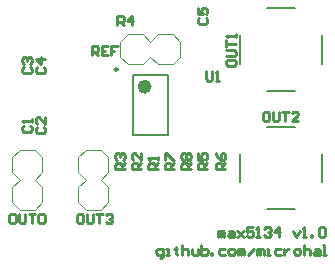
<source format=gto>
G04 Layer_Color=15132400*
%FSLAX25Y25*%
%MOIN*%
G70*
G01*
G75*
%ADD10C,0.01000*%
%ADD24C,0.00984*%
%ADD25C,0.02362*%
%ADD26C,0.00600*%
%ADD27C,0.00394*%
%ADD28C,0.00787*%
D10*
X195334Y485133D02*
X194801Y484599D01*
Y483533D01*
X195334Y483000D01*
X197467D01*
X198000Y483533D01*
Y484599D01*
X197467Y485133D01*
X194801Y488332D02*
Y486199D01*
X196400D01*
X195867Y487265D01*
Y487798D01*
X196400Y488332D01*
X197467D01*
X198000Y487798D01*
Y486732D01*
X197467Y486199D01*
X136834Y449133D02*
X136301Y448599D01*
Y447533D01*
X136834Y447000D01*
X138967D01*
X139500Y447533D01*
Y448599D01*
X138967Y449133D01*
X139500Y450199D02*
Y451265D01*
Y450732D01*
X136301D01*
X136834Y450199D01*
X141334Y448633D02*
X140801Y448100D01*
Y447033D01*
X141334Y446500D01*
X143467D01*
X144000Y447033D01*
Y448100D01*
X143467Y448633D01*
X144000Y451832D02*
Y449699D01*
X141867Y451832D01*
X141334D01*
X140801Y451298D01*
Y450232D01*
X141334Y449699D01*
X136834Y468633D02*
X136301Y468099D01*
Y467033D01*
X136834Y466500D01*
X138967D01*
X139500Y467033D01*
Y468099D01*
X138967Y468633D01*
X136834Y469699D02*
X136301Y470232D01*
Y471298D01*
X136834Y471832D01*
X137367D01*
X137900Y471298D01*
Y470765D01*
Y471298D01*
X138434Y471832D01*
X138967D01*
X139500Y471298D01*
Y470232D01*
X138967Y469699D01*
X141334Y468633D02*
X140801Y468099D01*
Y467033D01*
X141334Y466500D01*
X143467D01*
X144000Y467033D01*
Y468099D01*
X143467Y468633D01*
X144000Y471298D02*
X140801D01*
X142401Y469699D01*
Y471832D01*
X133599Y419699D02*
X132533D01*
X132000Y419166D01*
Y417033D01*
X132533Y416500D01*
X133599D01*
X134133Y417033D01*
Y419166D01*
X133599Y419699D01*
X135199D02*
Y417033D01*
X135732Y416500D01*
X136799D01*
X137332Y417033D01*
Y419699D01*
X138398D02*
X140531D01*
X139464D01*
Y416500D01*
X141597Y419166D02*
X142130Y419699D01*
X143196D01*
X143729Y419166D01*
Y417033D01*
X143196Y416500D01*
X142130D01*
X141597Y417033D01*
Y419166D01*
X204301Y470600D02*
Y469533D01*
X204834Y469000D01*
X206967D01*
X207500Y469533D01*
Y470600D01*
X206967Y471133D01*
X204834D01*
X204301Y470600D01*
Y472199D02*
X206967D01*
X207500Y472732D01*
Y473798D01*
X206967Y474332D01*
X204301D01*
Y475398D02*
Y477531D01*
Y476464D01*
X207500D01*
Y478597D02*
Y479663D01*
Y479130D01*
X204301D01*
X204834Y478597D01*
X218099Y453699D02*
X217033D01*
X216500Y453166D01*
Y451033D01*
X217033Y450500D01*
X218099D01*
X218633Y451033D01*
Y453166D01*
X218099Y453699D01*
X219699D02*
Y451033D01*
X220232Y450500D01*
X221299D01*
X221832Y451033D01*
Y453699D01*
X222898D02*
X225031D01*
X223964D01*
Y450500D01*
X228230D02*
X226097D01*
X228230Y452633D01*
Y453166D01*
X227696Y453699D01*
X226630D01*
X226097Y453166D01*
X156099Y419699D02*
X155033D01*
X154500Y419166D01*
Y417033D01*
X155033Y416500D01*
X156099D01*
X156633Y417033D01*
Y419166D01*
X156099Y419699D01*
X157699D02*
Y417033D01*
X158232Y416500D01*
X159299D01*
X159832Y417033D01*
Y419699D01*
X160898D02*
X163031D01*
X161964D01*
Y416500D01*
X164097Y419166D02*
X164630Y419699D01*
X165696D01*
X166229Y419166D01*
Y418633D01*
X165696Y418099D01*
X165163D01*
X165696D01*
X166229Y417566D01*
Y417033D01*
X165696Y416500D01*
X164630D01*
X164097Y417033D01*
X159500Y472500D02*
Y475699D01*
X161100D01*
X161633Y475166D01*
Y474099D01*
X161100Y473566D01*
X159500D01*
X160566D02*
X161633Y472500D01*
X164832Y475699D02*
X162699D01*
Y472500D01*
X164832D01*
X162699Y474099D02*
X163765D01*
X168031Y475699D02*
X165898D01*
Y474099D01*
X166964D01*
X165898D01*
Y472500D01*
X181500Y434500D02*
X178301D01*
Y436099D01*
X178834Y436633D01*
X179901D01*
X180434Y436099D01*
Y434500D01*
Y435566D02*
X181500Y436633D01*
Y437699D02*
Y438765D01*
Y438232D01*
X178301D01*
X178834Y437699D01*
X176000Y434500D02*
X172801D01*
Y436099D01*
X173334Y436633D01*
X174400D01*
X174934Y436099D01*
Y434500D01*
Y435566D02*
X176000Y436633D01*
Y439832D02*
Y437699D01*
X173867Y439832D01*
X173334D01*
X172801Y439298D01*
Y438232D01*
X173334Y437699D01*
X170500Y434500D02*
X167301D01*
Y436099D01*
X167834Y436633D01*
X168901D01*
X169434Y436099D01*
Y434500D01*
Y435566D02*
X170500Y436633D01*
X167834Y437699D02*
X167301Y438232D01*
Y439298D01*
X167834Y439832D01*
X168367D01*
X168901Y439298D01*
Y438765D01*
Y439298D01*
X169434Y439832D01*
X169967D01*
X170500Y439298D01*
Y438232D01*
X169967Y437699D01*
X197500Y467199D02*
Y464533D01*
X198033Y464000D01*
X199100D01*
X199633Y464533D01*
Y467199D01*
X200699Y464000D02*
X201765D01*
X201232D01*
Y467199D01*
X200699Y466666D01*
X168000Y482500D02*
Y485699D01*
X169599D01*
X170133Y485166D01*
Y484099D01*
X169599Y483566D01*
X168000D01*
X169066D02*
X170133Y482500D01*
X172799D02*
Y485699D01*
X171199Y484099D01*
X173332D01*
X198000Y434500D02*
X194801D01*
Y436099D01*
X195334Y436633D01*
X196400D01*
X196934Y436099D01*
Y434500D01*
Y435566D02*
X198000Y436633D01*
X194801Y439832D02*
Y437699D01*
X196400D01*
X195867Y438765D01*
Y439298D01*
X196400Y439832D01*
X197467D01*
X198000Y439298D01*
Y438232D01*
X197467Y437699D01*
X187000Y434500D02*
X183801D01*
Y436099D01*
X184334Y436633D01*
X185400D01*
X185934Y436099D01*
Y434500D01*
Y435566D02*
X187000Y436633D01*
X183801Y437699D02*
Y439832D01*
X184334D01*
X186467Y437699D01*
X187000D01*
X204000Y434500D02*
X200801D01*
Y436099D01*
X201334Y436633D01*
X202400D01*
X202934Y436099D01*
Y434500D01*
Y435566D02*
X204000Y436633D01*
X200801Y439832D02*
X201334Y438765D01*
X202400Y437699D01*
X203467D01*
X204000Y438232D01*
Y439298D01*
X203467Y439832D01*
X202934D01*
X202400Y439298D01*
Y437699D01*
X192500Y434500D02*
X189301D01*
Y436099D01*
X189834Y436633D01*
X190901D01*
X191434Y436099D01*
Y434500D01*
Y435566D02*
X192500Y436633D01*
X189834Y437699D02*
X189301Y438232D01*
Y439298D01*
X189834Y439832D01*
X190367D01*
X190901Y439298D01*
X191434Y439832D01*
X191967D01*
X192500Y439298D01*
Y438232D01*
X191967Y437699D01*
X191434D01*
X190901Y438232D01*
X190367Y437699D01*
X189834D01*
X190901Y438232D02*
Y439298D01*
X182066Y404934D02*
X182599D01*
X183133Y405467D01*
Y408133D01*
X181533D01*
X181000Y407599D01*
Y406533D01*
X181533Y406000D01*
X183133D01*
X184199D02*
X185265D01*
X184732D01*
Y408133D01*
X184199D01*
X187398Y408666D02*
Y408133D01*
X186865D01*
X187931D01*
X187398D01*
Y406533D01*
X187931Y406000D01*
X189531Y409199D02*
Y406000D01*
Y407599D01*
X190064Y408133D01*
X191130D01*
X191663Y407599D01*
Y406000D01*
X192729Y408133D02*
Y406533D01*
X193263Y406000D01*
X194862D01*
Y408133D01*
X195929Y409199D02*
Y406000D01*
X197528D01*
X198061Y406533D01*
Y407066D01*
Y407599D01*
X197528Y408133D01*
X195929D01*
X199127Y406000D02*
Y406533D01*
X199661D01*
Y406000D01*
X199127D01*
X203926Y408133D02*
X202326D01*
X201793Y407599D01*
Y406533D01*
X202326Y406000D01*
X203926D01*
X205525D02*
X206592D01*
X207125Y406533D01*
Y407599D01*
X206592Y408133D01*
X205525D01*
X204992Y407599D01*
Y406533D01*
X205525Y406000D01*
X208191D02*
Y408133D01*
X208724D01*
X209258Y407599D01*
Y406000D01*
Y407599D01*
X209791Y408133D01*
X210324Y407599D01*
Y406000D01*
X211390D02*
X213523Y408133D01*
X214589Y406000D02*
Y408133D01*
X215122D01*
X215655Y407599D01*
Y406000D01*
Y407599D01*
X216189Y408133D01*
X216722Y407599D01*
Y406000D01*
X217788D02*
X218854D01*
X218321D01*
Y408133D01*
X217788D01*
X222587D02*
X220987D01*
X220454Y407599D01*
Y406533D01*
X220987Y406000D01*
X222587D01*
X223653Y408133D02*
Y406000D01*
Y407066D01*
X224186Y407599D01*
X224719Y408133D01*
X225252D01*
X227385Y406000D02*
X228451D01*
X228984Y406533D01*
Y407599D01*
X228451Y408133D01*
X227385D01*
X226852Y407599D01*
Y406533D01*
X227385Y406000D01*
X230051Y409199D02*
Y406000D01*
Y407599D01*
X230584Y408133D01*
X231650D01*
X232184Y407599D01*
Y406000D01*
X233783Y408133D02*
X234849D01*
X235383Y407599D01*
Y406000D01*
X233783D01*
X233250Y406533D01*
X233783Y407066D01*
X235383D01*
X236449Y406000D02*
X237515D01*
X236982D01*
Y409199D01*
X236449D01*
X201500Y412000D02*
Y414133D01*
X202033D01*
X202566Y413599D01*
Y412000D01*
Y413599D01*
X203099Y414133D01*
X203633Y413599D01*
Y412000D01*
X205232Y414133D02*
X206298D01*
X206832Y413599D01*
Y412000D01*
X205232D01*
X204699Y412533D01*
X205232Y413066D01*
X206832D01*
X207898Y414133D02*
X210031Y412000D01*
X208964Y413066D01*
X210031Y414133D01*
X207898Y412000D01*
X213230Y415199D02*
X211097D01*
Y413599D01*
X212163Y414133D01*
X212696D01*
X213230Y413599D01*
Y412533D01*
X212696Y412000D01*
X211630D01*
X211097Y412533D01*
X214296Y412000D02*
X215362D01*
X214829D01*
Y415199D01*
X214296Y414666D01*
X216962D02*
X217495Y415199D01*
X218561D01*
X219094Y414666D01*
Y414133D01*
X218561Y413599D01*
X218028D01*
X218561D01*
X219094Y413066D01*
Y412533D01*
X218561Y412000D01*
X217495D01*
X216962Y412533D01*
X221760Y412000D02*
Y415199D01*
X220161Y413599D01*
X222293D01*
X226559Y414133D02*
X227625Y412000D01*
X228691Y414133D01*
X229758Y412000D02*
X230824D01*
X230291D01*
Y415199D01*
X229758Y414666D01*
X232423Y412000D02*
Y412533D01*
X232957D01*
Y412000D01*
X232423D01*
X235089Y414666D02*
X235622Y415199D01*
X236689D01*
X237222Y414666D01*
Y412533D01*
X236689Y412000D01*
X235622D01*
X235089Y412533D01*
Y414666D01*
D24*
X168075Y467811D02*
G03*
X168075Y467811I-492J0D01*
G01*
D25*
X178213Y462102D02*
G03*
X178213Y462102I-1181J0D01*
G01*
D26*
X217776Y421220D02*
X227224D01*
X236280Y430276D02*
Y439724D01*
X217776Y448779D02*
X227224D01*
X208720Y430276D02*
Y439724D01*
X217776Y460720D02*
X227224D01*
X236280Y469776D02*
Y479224D01*
X217776Y488279D02*
X227224D01*
X208720Y469776D02*
Y479224D01*
D27*
X162500Y441000D02*
X165000Y438500D01*
X157500Y441000D02*
X162500D01*
X155000Y438500D02*
X157500Y441000D01*
X155000Y433500D02*
Y438500D01*
Y433500D02*
X157500Y431000D01*
X155000Y428500D02*
X157500Y431000D01*
X155000Y423500D02*
Y428500D01*
Y423500D02*
X157500Y421000D01*
X162500D01*
X165000Y423500D01*
Y428500D01*
X162500Y431000D02*
X165000Y428500D01*
X162500Y431000D02*
X165000Y433500D01*
Y438500D01*
X140500Y441000D02*
X143000Y438500D01*
X135500Y441000D02*
X140500D01*
X133000Y438500D02*
X135500Y441000D01*
X133000Y433500D02*
Y438500D01*
Y433500D02*
X135500Y431000D01*
X133000Y428500D02*
X135500Y431000D01*
X133000Y423500D02*
Y428500D01*
Y423500D02*
X135500Y421000D01*
X140500D01*
X143000Y423500D01*
Y428500D01*
X140500Y431000D02*
X143000Y428500D01*
X140500Y431000D02*
X143000Y433500D01*
Y438500D01*
X186500Y469500D02*
X189000Y472000D01*
Y477000D01*
X186500Y479500D02*
X189000Y477000D01*
X181500Y479500D02*
X186500D01*
X179000Y477000D02*
X181500Y479500D01*
X176500D02*
X179000Y477000D01*
X171500Y479500D02*
X176500D01*
X169000Y477000D02*
X171500Y479500D01*
X169000Y472000D02*
Y477000D01*
Y472000D02*
X171500Y469500D01*
X176500D01*
X179000Y472000D01*
X181500Y469500D01*
X186500D01*
D28*
X173094Y445961D02*
Y466039D01*
X184906Y445961D02*
Y466039D01*
X173094D02*
X184906D01*
X173094Y445961D02*
X184906D01*
M02*

</source>
